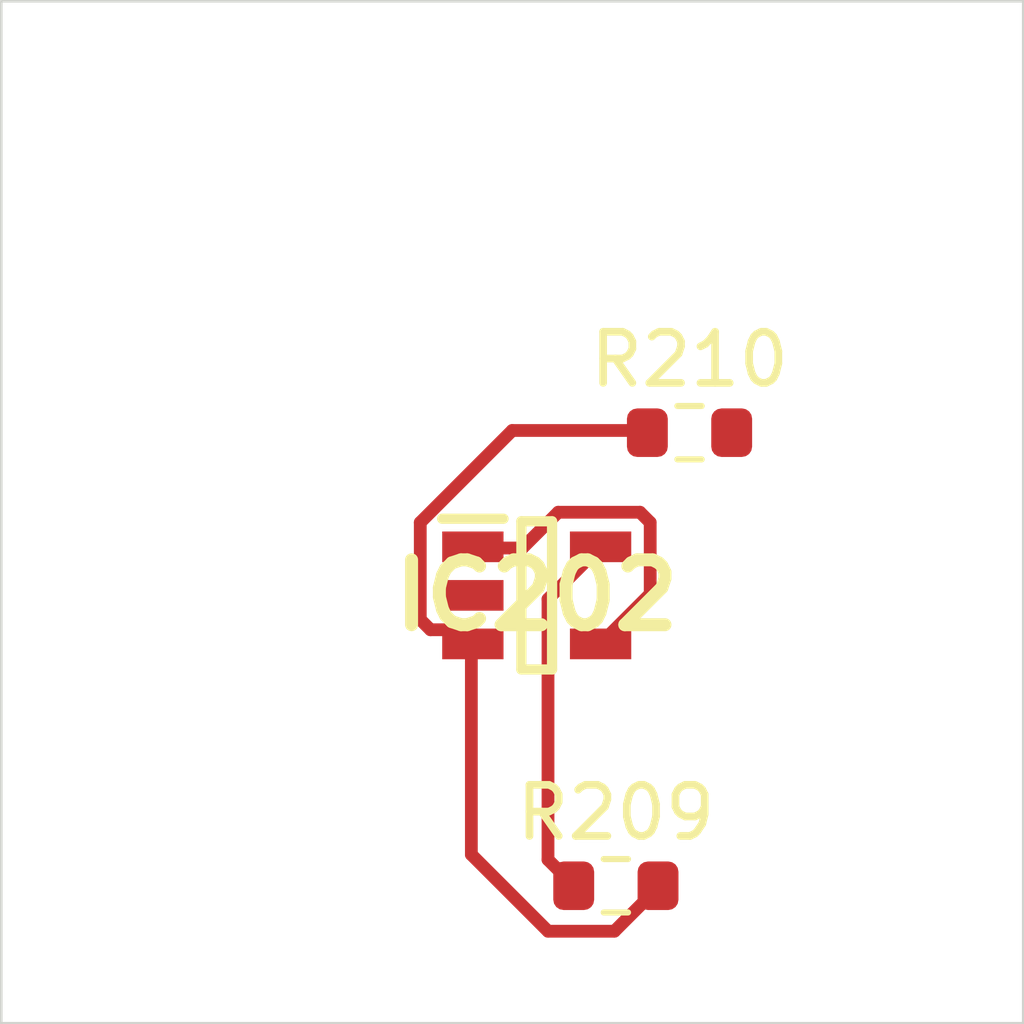
<source format=kicad_pcb>
 ( kicad_pcb  ( version 20171130 )
 ( host pcbnew 5.1.12-84ad8e8a86~92~ubuntu18.04.1 )
 ( general  ( thickness 1.6 )
 ( drawings 4 )
 ( tracks 0 )
 ( zones 0 )
 ( modules 3 )
 ( nets 5 )
)
 ( page A4 )
 ( layers  ( 0 F.Cu signal )
 ( 31 B.Cu signal )
 ( 32 B.Adhes user )
 ( 33 F.Adhes user )
 ( 34 B.Paste user )
 ( 35 F.Paste user )
 ( 36 B.SilkS user )
 ( 37 F.SilkS user )
 ( 38 B.Mask user )
 ( 39 F.Mask user )
 ( 40 Dwgs.User user )
 ( 41 Cmts.User user )
 ( 42 Eco1.User user )
 ( 43 Eco2.User user )
 ( 44 Edge.Cuts user )
 ( 45 Margin user )
 ( 46 B.CrtYd user )
 ( 47 F.CrtYd user )
 ( 48 B.Fab user )
 ( 49 F.Fab user )
)
 ( setup  ( last_trace_width 0.25 )
 ( trace_clearance 0.2 )
 ( zone_clearance 0.508 )
 ( zone_45_only no )
 ( trace_min 0.2 )
 ( via_size 0.8 )
 ( via_drill 0.4 )
 ( via_min_size 0.4 )
 ( via_min_drill 0.3 )
 ( uvia_size 0.3 )
 ( uvia_drill 0.1 )
 ( uvias_allowed no )
 ( uvia_min_size 0.2 )
 ( uvia_min_drill 0.1 )
 ( edge_width 0.05 )
 ( segment_width 0.2 )
 ( pcb_text_width 0.3 )
 ( pcb_text_size 1.5 1.5 )
 ( mod_edge_width 0.12 )
 ( mod_text_size 1 1 )
 ( mod_text_width 0.15 )
 ( pad_size 1.524 1.524 )
 ( pad_drill 0.762 )
 ( pad_to_mask_clearance 0 )
 ( aux_axis_origin 0 0 )
 ( visible_elements FFFFFF7F )
 ( pcbplotparams  ( layerselection 0x010fc_ffffffff )
 ( usegerberextensions false )
 ( usegerberattributes true )
 ( usegerberadvancedattributes true )
 ( creategerberjobfile true )
 ( excludeedgelayer true )
 ( linewidth 0.100000 )
 ( plotframeref false )
 ( viasonmask false )
 ( mode 1 )
 ( useauxorigin false )
 ( hpglpennumber 1 )
 ( hpglpenspeed 20 )
 ( hpglpendiameter 15.000000 )
 ( psnegative false )
 ( psa4output false )
 ( plotreference true )
 ( plotvalue true )
 ( plotinvisibletext false )
 ( padsonsilk false )
 ( subtractmaskfromsilk false )
 ( outputformat 1 )
 ( mirror false )
 ( drillshape 1 )
 ( scaleselection 1 )
 ( outputdirectory "" )
)
)
 ( net 0 "" )
 ( net 1 GND )
 ( net 2 VDDA )
 ( net 3 /Sheet6235D886/vp )
 ( net 4 "Net-(IC202-Pad3)" )
 ( net_class Default "This is the default net class."  ( clearance 0.2 )
 ( trace_width 0.25 )
 ( via_dia 0.8 )
 ( via_drill 0.4 )
 ( uvia_dia 0.3 )
 ( uvia_drill 0.1 )
 ( add_net /Sheet6235D886/vp )
 ( add_net GND )
 ( add_net "Net-(IC202-Pad3)" )
 ( add_net VDDA )
)
 ( module SOT95P280X145-5N locked  ( layer F.Cu )
 ( tedit 62336ED7 )
 ( tstamp 623423ED )
 ( at 90.479100 111.627000 )
 ( descr DBV0005A )
 ( tags "Integrated Circuit" )
 ( path /6235D887/6266C08E )
 ( attr smd )
 ( fp_text reference IC202  ( at 0 0 )
 ( layer F.SilkS )
 ( effects  ( font  ( size 1.27 1.27 )
 ( thickness 0.254 )
)
)
)
 ( fp_text value TL071HIDBVR  ( at 0 0 )
 ( layer F.SilkS )
hide  ( effects  ( font  ( size 1.27 1.27 )
 ( thickness 0.254 )
)
)
)
 ( fp_line  ( start -1.85 -1.5 )
 ( end -0.65 -1.5 )
 ( layer F.SilkS )
 ( width 0.2 )
)
 ( fp_line  ( start -0.3 1.45 )
 ( end -0.3 -1.45 )
 ( layer F.SilkS )
 ( width 0.2 )
)
 ( fp_line  ( start 0.3 1.45 )
 ( end -0.3 1.45 )
 ( layer F.SilkS )
 ( width 0.2 )
)
 ( fp_line  ( start 0.3 -1.45 )
 ( end 0.3 1.45 )
 ( layer F.SilkS )
 ( width 0.2 )
)
 ( fp_line  ( start -0.3 -1.45 )
 ( end 0.3 -1.45 )
 ( layer F.SilkS )
 ( width 0.2 )
)
 ( fp_line  ( start -0.8 -0.5 )
 ( end 0.15 -1.45 )
 ( layer Dwgs.User )
 ( width 0.1 )
)
 ( fp_line  ( start -0.8 1.45 )
 ( end -0.8 -1.45 )
 ( layer Dwgs.User )
 ( width 0.1 )
)
 ( fp_line  ( start 0.8 1.45 )
 ( end -0.8 1.45 )
 ( layer Dwgs.User )
 ( width 0.1 )
)
 ( fp_line  ( start 0.8 -1.45 )
 ( end 0.8 1.45 )
 ( layer Dwgs.User )
 ( width 0.1 )
)
 ( fp_line  ( start -0.8 -1.45 )
 ( end 0.8 -1.45 )
 ( layer Dwgs.User )
 ( width 0.1 )
)
 ( fp_line  ( start -2.1 1.775 )
 ( end -2.1 -1.775 )
 ( layer Dwgs.User )
 ( width 0.05 )
)
 ( fp_line  ( start 2.1 1.775 )
 ( end -2.1 1.775 )
 ( layer Dwgs.User )
 ( width 0.05 )
)
 ( fp_line  ( start 2.1 -1.775 )
 ( end 2.1 1.775 )
 ( layer Dwgs.User )
 ( width 0.05 )
)
 ( fp_line  ( start -2.1 -1.775 )
 ( end 2.1 -1.775 )
 ( layer Dwgs.User )
 ( width 0.05 )
)
 ( pad 1 smd rect  ( at -1.25 -0.95 90.000000 )
 ( size 0.6 1.2 )
 ( layers F.Cu F.Mask F.Paste )
 ( net 3 /Sheet6235D886/vp )
)
 ( pad 2 smd rect  ( at -1.25 0 90.000000 )
 ( size 0.6 1.2 )
 ( layers F.Cu F.Mask F.Paste )
 ( net 1 GND )
)
 ( pad 3 smd rect  ( at -1.25 0.95 90.000000 )
 ( size 0.6 1.2 )
 ( layers F.Cu F.Mask F.Paste )
 ( net 4 "Net-(IC202-Pad3)" )
)
 ( pad 4 smd rect  ( at 1.25 0.95 90.000000 )
 ( size 0.6 1.2 )
 ( layers F.Cu F.Mask F.Paste )
 ( net 3 /Sheet6235D886/vp )
)
 ( pad 5 smd rect  ( at 1.25 -0.95 90.000000 )
 ( size 0.6 1.2 )
 ( layers F.Cu F.Mask F.Paste )
 ( net 2 VDDA )
)
)
 ( module Resistor_SMD:R_0603_1608Metric  ( layer F.Cu )
 ( tedit 5F68FEEE )
 ( tstamp 62342595 )
 ( at 92.028300 117.310000 )
 ( descr "Resistor SMD 0603 (1608 Metric), square (rectangular) end terminal, IPC_7351 nominal, (Body size source: IPC-SM-782 page 72, https://www.pcb-3d.com/wordpress/wp-content/uploads/ipc-sm-782a_amendment_1_and_2.pdf), generated with kicad-footprint-generator" )
 ( tags resistor )
 ( path /6235D887/623CDBD9 )
 ( attr smd )
 ( fp_text reference R209  ( at 0 -1.43 )
 ( layer F.SilkS )
 ( effects  ( font  ( size 1 1 )
 ( thickness 0.15 )
)
)
)
 ( fp_text value 100k  ( at 0 1.43 )
 ( layer F.Fab )
 ( effects  ( font  ( size 1 1 )
 ( thickness 0.15 )
)
)
)
 ( fp_line  ( start -0.8 0.4125 )
 ( end -0.8 -0.4125 )
 ( layer F.Fab )
 ( width 0.1 )
)
 ( fp_line  ( start -0.8 -0.4125 )
 ( end 0.8 -0.4125 )
 ( layer F.Fab )
 ( width 0.1 )
)
 ( fp_line  ( start 0.8 -0.4125 )
 ( end 0.8 0.4125 )
 ( layer F.Fab )
 ( width 0.1 )
)
 ( fp_line  ( start 0.8 0.4125 )
 ( end -0.8 0.4125 )
 ( layer F.Fab )
 ( width 0.1 )
)
 ( fp_line  ( start -0.237258 -0.5225 )
 ( end 0.237258 -0.5225 )
 ( layer F.SilkS )
 ( width 0.12 )
)
 ( fp_line  ( start -0.237258 0.5225 )
 ( end 0.237258 0.5225 )
 ( layer F.SilkS )
 ( width 0.12 )
)
 ( fp_line  ( start -1.48 0.73 )
 ( end -1.48 -0.73 )
 ( layer F.CrtYd )
 ( width 0.05 )
)
 ( fp_line  ( start -1.48 -0.73 )
 ( end 1.48 -0.73 )
 ( layer F.CrtYd )
 ( width 0.05 )
)
 ( fp_line  ( start 1.48 -0.73 )
 ( end 1.48 0.73 )
 ( layer F.CrtYd )
 ( width 0.05 )
)
 ( fp_line  ( start 1.48 0.73 )
 ( end -1.48 0.73 )
 ( layer F.CrtYd )
 ( width 0.05 )
)
 ( fp_text user %R  ( at 0 0 )
 ( layer F.Fab )
 ( effects  ( font  ( size 0.4 0.4 )
 ( thickness 0.06 )
)
)
)
 ( pad 1 smd roundrect  ( at -0.825 0 )
 ( size 0.8 0.95 )
 ( layers F.Cu F.Mask F.Paste )
 ( roundrect_rratio 0.25 )
 ( net 2 VDDA )
)
 ( pad 2 smd roundrect  ( at 0.825 0 )
 ( size 0.8 0.95 )
 ( layers F.Cu F.Mask F.Paste )
 ( roundrect_rratio 0.25 )
 ( net 4 "Net-(IC202-Pad3)" )
)
 ( model ${KISYS3DMOD}/Resistor_SMD.3dshapes/R_0603_1608Metric.wrl  ( at  ( xyz 0 0 0 )
)
 ( scale  ( xyz 1 1 1 )
)
 ( rotate  ( xyz 0 0 0 )
)
)
)
 ( module Resistor_SMD:R_0603_1608Metric  ( layer F.Cu )
 ( tedit 5F68FEEE )
 ( tstamp 623425A6 )
 ( at 93.469700 108.443000 )
 ( descr "Resistor SMD 0603 (1608 Metric), square (rectangular) end terminal, IPC_7351 nominal, (Body size source: IPC-SM-782 page 72, https://www.pcb-3d.com/wordpress/wp-content/uploads/ipc-sm-782a_amendment_1_and_2.pdf), generated with kicad-footprint-generator" )
 ( tags resistor )
 ( path /6235D887/623CDBDF )
 ( attr smd )
 ( fp_text reference R210  ( at 0 -1.43 )
 ( layer F.SilkS )
 ( effects  ( font  ( size 1 1 )
 ( thickness 0.15 )
)
)
)
 ( fp_text value 100k  ( at 0 1.43 )
 ( layer F.Fab )
 ( effects  ( font  ( size 1 1 )
 ( thickness 0.15 )
)
)
)
 ( fp_line  ( start 1.48 0.73 )
 ( end -1.48 0.73 )
 ( layer F.CrtYd )
 ( width 0.05 )
)
 ( fp_line  ( start 1.48 -0.73 )
 ( end 1.48 0.73 )
 ( layer F.CrtYd )
 ( width 0.05 )
)
 ( fp_line  ( start -1.48 -0.73 )
 ( end 1.48 -0.73 )
 ( layer F.CrtYd )
 ( width 0.05 )
)
 ( fp_line  ( start -1.48 0.73 )
 ( end -1.48 -0.73 )
 ( layer F.CrtYd )
 ( width 0.05 )
)
 ( fp_line  ( start -0.237258 0.5225 )
 ( end 0.237258 0.5225 )
 ( layer F.SilkS )
 ( width 0.12 )
)
 ( fp_line  ( start -0.237258 -0.5225 )
 ( end 0.237258 -0.5225 )
 ( layer F.SilkS )
 ( width 0.12 )
)
 ( fp_line  ( start 0.8 0.4125 )
 ( end -0.8 0.4125 )
 ( layer F.Fab )
 ( width 0.1 )
)
 ( fp_line  ( start 0.8 -0.4125 )
 ( end 0.8 0.4125 )
 ( layer F.Fab )
 ( width 0.1 )
)
 ( fp_line  ( start -0.8 -0.4125 )
 ( end 0.8 -0.4125 )
 ( layer F.Fab )
 ( width 0.1 )
)
 ( fp_line  ( start -0.8 0.4125 )
 ( end -0.8 -0.4125 )
 ( layer F.Fab )
 ( width 0.1 )
)
 ( fp_text user %R  ( at 0 0 )
 ( layer F.Fab )
 ( effects  ( font  ( size 0.4 0.4 )
 ( thickness 0.06 )
)
)
)
 ( pad 2 smd roundrect  ( at 0.825 0 )
 ( size 0.8 0.95 )
 ( layers F.Cu F.Mask F.Paste )
 ( roundrect_rratio 0.25 )
 ( net 1 GND )
)
 ( pad 1 smd roundrect  ( at -0.825 0 )
 ( size 0.8 0.95 )
 ( layers F.Cu F.Mask F.Paste )
 ( roundrect_rratio 0.25 )
 ( net 4 "Net-(IC202-Pad3)" )
)
 ( model ${KISYS3DMOD}/Resistor_SMD.3dshapes/R_0603_1608Metric.wrl  ( at  ( xyz 0 0 0 )
)
 ( scale  ( xyz 1 1 1 )
)
 ( rotate  ( xyz 0 0 0 )
)
)
)
 ( gr_line  ( start 100 100 )
 ( end 100 120 )
 ( layer Edge.Cuts )
 ( width 0.05 )
 ( tstamp 62E770C4 )
)
 ( gr_line  ( start 80 120 )
 ( end 100 120 )
 ( layer Edge.Cuts )
 ( width 0.05 )
 ( tstamp 62E770C0 )
)
 ( gr_line  ( start 80 100 )
 ( end 100 100 )
 ( layer Edge.Cuts )
 ( width 0.05 )
 ( tstamp 6234110C )
)
 ( gr_line  ( start 80 100 )
 ( end 80 120 )
 ( layer Edge.Cuts )
 ( width 0.05 )
)
 ( segment  ( start 91.200001 117.300002 )
 ( end 90.700001 116.800002 )
 ( width 0.250000 )
 ( layer F.Cu )
 ( net 2 )
)
 ( segment  ( start 90.700001 116.800002 )
 ( end 90.700001 111.700002 )
 ( width 0.250000 )
 ( layer F.Cu )
 ( net 2 )
)
 ( segment  ( start 90.700001 111.700002 )
 ( end 91.700001 110.700002 )
 ( width 0.250000 )
 ( layer F.Cu )
 ( net 2 )
)
 ( segment  ( start 91.700001 112.600002 )
 ( end 92.700001 111.600002 )
 ( width 0.250000 )
 ( layer F.Cu )
 ( net 3 )
)
 ( segment  ( start 92.700001 111.600002 )
 ( end 92.700001 110.200002 )
 ( width 0.250000 )
 ( layer F.Cu )
 ( net 3 )
)
 ( segment  ( start 92.700001 110.200002 )
 ( end 92.500001 110.000002 )
 ( width 0.250000 )
 ( layer F.Cu )
 ( net 3 )
)
 ( segment  ( start 92.500001 110.000002 )
 ( end 90.900001 110.000002 )
 ( width 0.250000 )
 ( layer F.Cu )
 ( net 3 )
)
 ( segment  ( start 90.900001 110.000002 )
 ( end 90.200001 110.700002 )
 ( width 0.250000 )
 ( layer F.Cu )
 ( net 3 )
)
 ( segment  ( start 90.200001 110.700002 )
 ( end 89.200001 110.700002 )
 ( width 0.250000 )
 ( layer F.Cu )
 ( net 3 )
)
 ( segment  ( start 92.900001 117.300002 )
 ( end 92.000001 118.200002 )
 ( width 0.250000 )
 ( layer F.Cu )
 ( net 4 )
)
 ( segment  ( start 92.000001 118.200002 )
 ( end 90.700001 118.200002 )
 ( width 0.250000 )
 ( layer F.Cu )
 ( net 4 )
)
 ( segment  ( start 90.700001 118.200002 )
 ( end 89.200001 116.700002 )
 ( width 0.250000 )
 ( layer F.Cu )
 ( net 4 )
)
 ( segment  ( start 89.200001 116.700002 )
 ( end 89.200001 112.600002 )
 ( width 0.250000 )
 ( layer F.Cu )
 ( net 4 )
)
 ( segment  ( start 92.600001 108.400002 )
 ( end 90.000001 108.400002 )
 ( width 0.250000 )
 ( layer F.Cu )
 ( net 4 )
)
 ( segment  ( start 90.000001 108.400002 )
 ( end 88.200001 110.200002 )
 ( width 0.250000 )
 ( layer F.Cu )
 ( net 4 )
)
 ( segment  ( start 88.200001 110.200002 )
 ( end 88.200001 112.100002 )
 ( width 0.250000 )
 ( layer F.Cu )
 ( net 4 )
)
 ( segment  ( start 88.200001 112.100002 )
 ( end 88.400001 112.300002 )
 ( width 0.250000 )
 ( layer F.Cu )
 ( net 4 )
)
 ( segment  ( start 88.400001 112.300002 )
 ( end 88.900001 112.300002 )
 ( width 0.250000 )
 ( layer F.Cu )
 ( net 4 )
)
 ( segment  ( start 88.900001 112.300002 )
 ( end 89.200001 112.600002 )
 ( width 0.250000 )
 ( layer F.Cu )
 ( net 4 )
)
)

</source>
